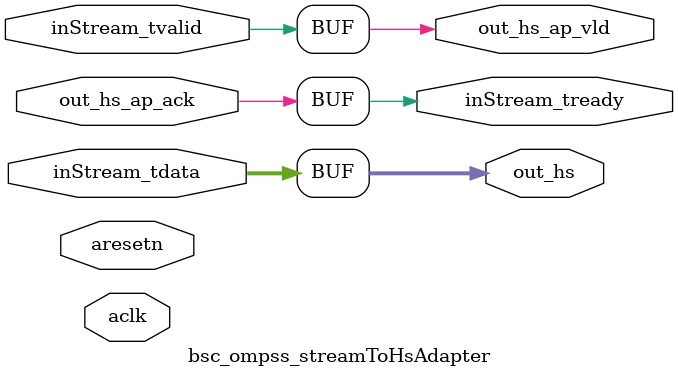
<source format=v>
/*------------------------------------------------------------------------*/
/*    (C) Copyright 2017-2022 Barcelona Supercomputing Center             */
/*                            Centro Nacional de Supercomputacion         */
/*                                                                        */
/*    This file is part of OmpSs@FPGA toolchain.                          */
/*                                                                        */
/*    This code is free software; you can redistribute it and/or modify   */
/*    it under the terms of the GNU Lesser General Public License as      */
/*    published by the Free Software Foundation; either version 3 of      */
/*    the License, or (at your option) any later version.                 */
/*                                                                        */
/*    OmpSs@FPGA toolchain is distributed in the hope that it will be     */
/*    useful, but WITHOUT ANY WARRANTY; without even the implied          */
/*    warranty of MERCHANTABILITY or FITNESS FOR A PARTICULAR PURPOSE.    */
/*    See the GNU Lesser General Public License for more details.         */
/*                                                                        */
/*    You should have received a copy of the GNU Lesser General Public    */
/*    License along with this code. If not, see <www.gnu.org/licenses/>.  */
/*------------------------------------------------------------------------*/

module bsc_ompss_streamToHsAdapter #(
    parameter USE_BUFFER = 0
)
(
    input aclk,
    input aresetn,

    input [63:0] inStream_tdata,
    input        inStream_tvalid,
    output       inStream_tready,

    output [63:0] out_hs,
    output        out_hs_ap_vld,
    input         out_hs_ap_ack
);

    if (USE_BUFFER) begin

    localparam IDLE = 0;
    localparam WAIT_ACK = 1;

    reg [0:0] state;
    reg [63:0] buf_data;

    assign inStream_tready = state == IDLE;

    assign out_hs_ap_vld = state == WAIT_ACK;
    assign out_hs = buf_data;

    always @(posedge aclk) begin

        case (state)

            IDLE: begin
                buf_data <= inStream_tdata;

                if (inStream_tvalid) begin
                    state <= WAIT_ACK;
                end
            end

            WAIT_ACK: begin
                if (out_hs_ap_ack) begin
                    state <= IDLE;
                end
            end

        endcase

        if (!aresetn) begin
            state <= IDLE;
        end
    end

    end else begin

    assign out_hs_ap_vld = inStream_tvalid;
    assign out_hs = inStream_tdata;

    assign inStream_tready = out_hs_ap_ack;

    end

endmodule

</source>
